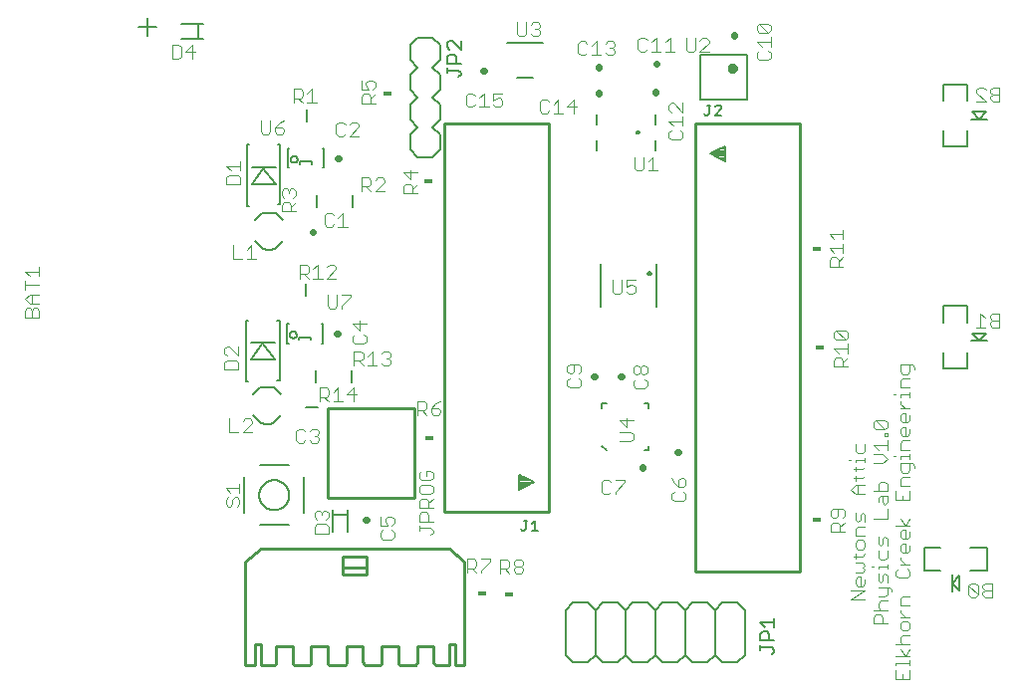
<source format=gto>
G75*
%MOIN*%
%OFA0B0*%
%FSLAX25Y25*%
%IPPOS*%
%LPD*%
%AMOC8*
5,1,8,0,0,1.08239X$1,22.5*
%
%ADD10C,0.00400*%
%ADD11C,0.00800*%
%ADD12C,0.02200*%
%ADD13C,0.01000*%
%ADD14C,0.00700*%
%ADD15R,0.03000X0.01800*%
%ADD16C,0.02400*%
%ADD17C,0.00500*%
%ADD18C,0.00600*%
D10*
X0110796Y0058659D02*
X0111563Y0057892D01*
X0112331Y0057892D01*
X0113098Y0058659D01*
X0113098Y0060194D01*
X0113865Y0060961D01*
X0114633Y0060961D01*
X0115400Y0060194D01*
X0115400Y0058659D01*
X0114633Y0057892D01*
X0110796Y0058659D02*
X0110796Y0060194D01*
X0111563Y0060961D01*
X0112331Y0062496D02*
X0110796Y0064031D01*
X0115400Y0064031D01*
X0115400Y0065565D02*
X0115400Y0062496D01*
X0140596Y0055798D02*
X0140596Y0054263D01*
X0141363Y0053496D01*
X0141363Y0051961D02*
X0140596Y0051194D01*
X0140596Y0048892D01*
X0145200Y0048892D01*
X0145200Y0051194D01*
X0144433Y0051961D01*
X0141363Y0051961D01*
X0144433Y0053496D02*
X0145200Y0054263D01*
X0145200Y0055798D01*
X0144433Y0056565D01*
X0143665Y0056565D01*
X0142898Y0055798D01*
X0142898Y0055031D01*
X0142898Y0055798D02*
X0142131Y0056565D01*
X0141363Y0056565D01*
X0140596Y0055798D01*
X0162596Y0054565D02*
X0162596Y0051496D01*
X0164898Y0051496D01*
X0164131Y0053031D01*
X0164131Y0053798D01*
X0164898Y0054565D01*
X0166433Y0054565D01*
X0167200Y0053798D01*
X0167200Y0052263D01*
X0166433Y0051496D01*
X0166433Y0049961D02*
X0167200Y0049194D01*
X0167200Y0047659D01*
X0166433Y0046892D01*
X0163363Y0046892D01*
X0162596Y0047659D01*
X0162596Y0049194D01*
X0163363Y0049961D01*
X0175596Y0049835D02*
X0175596Y0051369D01*
X0175596Y0050602D02*
X0179433Y0050602D01*
X0180200Y0049835D01*
X0180200Y0049067D01*
X0179433Y0048300D01*
X0180200Y0052904D02*
X0175596Y0052904D01*
X0175596Y0055206D01*
X0176363Y0055973D01*
X0177898Y0055973D01*
X0178665Y0055206D01*
X0178665Y0052904D01*
X0178665Y0057508D02*
X0178665Y0059810D01*
X0177898Y0060577D01*
X0176363Y0060577D01*
X0175596Y0059810D01*
X0175596Y0057508D01*
X0180200Y0057508D01*
X0178665Y0059042D02*
X0180200Y0060577D01*
X0179433Y0062112D02*
X0176363Y0062112D01*
X0175596Y0062879D01*
X0175596Y0064414D01*
X0176363Y0065181D01*
X0179433Y0065181D01*
X0180200Y0064414D01*
X0180200Y0062879D01*
X0179433Y0062112D01*
X0179433Y0066716D02*
X0176363Y0066716D01*
X0175596Y0067483D01*
X0175596Y0069018D01*
X0176363Y0069785D01*
X0177898Y0069785D02*
X0177898Y0068250D01*
X0177898Y0069785D02*
X0179433Y0069785D01*
X0180200Y0069018D01*
X0180200Y0067483D01*
X0179433Y0066716D01*
X0180271Y0088500D02*
X0181806Y0088500D01*
X0182573Y0089267D01*
X0182573Y0090035D01*
X0181806Y0090802D01*
X0179504Y0090802D01*
X0179504Y0089267D01*
X0180271Y0088500D01*
X0177969Y0088500D02*
X0176435Y0090035D01*
X0177202Y0090035D02*
X0174900Y0090035D01*
X0174900Y0088500D02*
X0174900Y0093104D01*
X0177202Y0093104D01*
X0177969Y0092337D01*
X0177969Y0090802D01*
X0177202Y0090035D01*
X0179504Y0090802D02*
X0181039Y0092337D01*
X0182573Y0093104D01*
X0165988Y0105878D02*
X0165221Y0105110D01*
X0163686Y0105110D01*
X0162919Y0105878D01*
X0161384Y0105110D02*
X0158315Y0105110D01*
X0159850Y0105110D02*
X0159850Y0109714D01*
X0158315Y0108180D01*
X0156780Y0108947D02*
X0156013Y0109714D01*
X0153711Y0109714D01*
X0153711Y0105110D01*
X0153711Y0106645D02*
X0156013Y0106645D01*
X0156780Y0107412D01*
X0156780Y0108947D01*
X0155246Y0106645D02*
X0156780Y0105110D01*
X0162919Y0108947D02*
X0163686Y0109714D01*
X0165221Y0109714D01*
X0165988Y0108947D01*
X0165988Y0108180D01*
X0165221Y0107412D01*
X0165988Y0106645D01*
X0165988Y0105878D01*
X0165221Y0107412D02*
X0164454Y0107412D01*
X0157800Y0113059D02*
X0157033Y0112292D01*
X0153963Y0112292D01*
X0153196Y0113059D01*
X0153196Y0114594D01*
X0153963Y0115361D01*
X0155498Y0116896D02*
X0155498Y0119965D01*
X0153196Y0119198D02*
X0155498Y0116896D01*
X0157033Y0115361D02*
X0157800Y0114594D01*
X0157800Y0113059D01*
X0157800Y0119198D02*
X0153196Y0119198D01*
X0149553Y0124252D02*
X0149553Y0125019D01*
X0152622Y0128089D01*
X0152622Y0128856D01*
X0149553Y0128856D01*
X0148018Y0128856D02*
X0148018Y0125019D01*
X0147251Y0124252D01*
X0145717Y0124252D01*
X0144949Y0125019D01*
X0144949Y0128856D01*
X0144696Y0134200D02*
X0147765Y0137269D01*
X0147765Y0138037D01*
X0146998Y0138804D01*
X0145463Y0138804D01*
X0144696Y0138037D01*
X0141627Y0138804D02*
X0141627Y0134200D01*
X0143161Y0134200D02*
X0140092Y0134200D01*
X0138557Y0134200D02*
X0137023Y0135735D01*
X0137790Y0135735D02*
X0135488Y0135735D01*
X0135488Y0134200D02*
X0135488Y0138804D01*
X0137790Y0138804D01*
X0138557Y0138037D01*
X0138557Y0136502D01*
X0137790Y0135735D01*
X0140092Y0137269D02*
X0141627Y0138804D01*
X0144696Y0134200D02*
X0147765Y0134200D01*
X0120945Y0140794D02*
X0117876Y0140794D01*
X0119410Y0140794D02*
X0119410Y0145398D01*
X0117876Y0143864D01*
X0116341Y0140794D02*
X0113272Y0140794D01*
X0113272Y0145398D01*
X0129596Y0156600D02*
X0129596Y0158902D01*
X0130363Y0159669D01*
X0131898Y0159669D01*
X0132665Y0158902D01*
X0132665Y0156600D01*
X0132665Y0158135D02*
X0134200Y0159669D01*
X0133433Y0161204D02*
X0134200Y0161971D01*
X0134200Y0163506D01*
X0133433Y0164273D01*
X0132665Y0164273D01*
X0131898Y0163506D01*
X0131898Y0162739D01*
X0131898Y0163506D02*
X0131131Y0164273D01*
X0130363Y0164273D01*
X0129596Y0163506D01*
X0129596Y0161971D01*
X0130363Y0161204D01*
X0129596Y0156600D02*
X0134200Y0156600D01*
X0143800Y0155337D02*
X0143800Y0152267D01*
X0144567Y0151500D01*
X0146102Y0151500D01*
X0146869Y0152267D01*
X0148404Y0151500D02*
X0151473Y0151500D01*
X0149939Y0151500D02*
X0149939Y0156104D01*
X0148404Y0154569D01*
X0146869Y0155337D02*
X0146102Y0156104D01*
X0144567Y0156104D01*
X0143800Y0155337D01*
X0156211Y0163410D02*
X0156211Y0168014D01*
X0158513Y0168014D01*
X0159280Y0167247D01*
X0159280Y0165712D01*
X0158513Y0164945D01*
X0156211Y0164945D01*
X0157746Y0164945D02*
X0159280Y0163410D01*
X0160815Y0163410D02*
X0163884Y0166480D01*
X0163884Y0167247D01*
X0163117Y0168014D01*
X0161582Y0168014D01*
X0160815Y0167247D01*
X0160815Y0163410D02*
X0163884Y0163410D01*
X0170296Y0162692D02*
X0170296Y0164994D01*
X0171063Y0165761D01*
X0172598Y0165761D01*
X0173365Y0164994D01*
X0173365Y0162692D01*
X0173365Y0164227D02*
X0174900Y0165761D01*
X0172598Y0167296D02*
X0172598Y0170365D01*
X0170296Y0169598D02*
X0172598Y0167296D01*
X0174900Y0169598D02*
X0170296Y0169598D01*
X0170296Y0162692D02*
X0174900Y0162692D01*
X0155373Y0181900D02*
X0152304Y0181900D01*
X0155373Y0184969D01*
X0155373Y0185737D01*
X0154606Y0186504D01*
X0153071Y0186504D01*
X0152304Y0185737D01*
X0150769Y0185737D02*
X0150002Y0186504D01*
X0148467Y0186504D01*
X0147700Y0185737D01*
X0147700Y0182667D01*
X0148467Y0181900D01*
X0150002Y0181900D01*
X0150769Y0182667D01*
X0156196Y0192900D02*
X0156196Y0195202D01*
X0156963Y0195969D01*
X0158498Y0195969D01*
X0159265Y0195202D01*
X0159265Y0192900D01*
X0159265Y0194435D02*
X0160800Y0195969D01*
X0160033Y0197504D02*
X0160800Y0198271D01*
X0160800Y0199806D01*
X0160033Y0200573D01*
X0158498Y0200573D01*
X0157731Y0199806D01*
X0157731Y0199039D01*
X0158498Y0197504D01*
X0156196Y0197504D01*
X0156196Y0200573D01*
X0156196Y0192900D02*
X0160800Y0192900D01*
X0141165Y0193000D02*
X0138096Y0193000D01*
X0136561Y0193000D02*
X0135027Y0194535D01*
X0135794Y0194535D02*
X0133492Y0194535D01*
X0133492Y0193000D02*
X0133492Y0197604D01*
X0135794Y0197604D01*
X0136561Y0196837D01*
X0136561Y0195302D01*
X0135794Y0194535D01*
X0138096Y0196069D02*
X0139631Y0197604D01*
X0139631Y0193000D01*
X0130322Y0187156D02*
X0128788Y0186389D01*
X0127253Y0184854D01*
X0129555Y0184854D01*
X0130322Y0184087D01*
X0130322Y0183319D01*
X0129555Y0182552D01*
X0128020Y0182552D01*
X0127253Y0183319D01*
X0127253Y0184854D01*
X0125718Y0183319D02*
X0125718Y0187156D01*
X0122649Y0187156D02*
X0122649Y0183319D01*
X0123417Y0182552D01*
X0124951Y0182552D01*
X0125718Y0183319D01*
X0115679Y0173402D02*
X0115679Y0170333D01*
X0115679Y0171868D02*
X0111075Y0171868D01*
X0112609Y0170333D01*
X0111842Y0168798D02*
X0111075Y0168031D01*
X0111075Y0165729D01*
X0115679Y0165729D01*
X0115679Y0168031D01*
X0114911Y0168798D01*
X0111842Y0168798D01*
X0048235Y0138081D02*
X0048235Y0135012D01*
X0048235Y0136546D02*
X0043632Y0136546D01*
X0045166Y0135012D01*
X0043632Y0133477D02*
X0043632Y0130408D01*
X0043632Y0131942D02*
X0048235Y0131942D01*
X0048235Y0128873D02*
X0045166Y0128873D01*
X0043632Y0127339D01*
X0045166Y0125804D01*
X0048235Y0125804D01*
X0047468Y0124269D02*
X0048235Y0123502D01*
X0048235Y0121200D01*
X0043632Y0121200D01*
X0043632Y0123502D01*
X0044399Y0124269D01*
X0045166Y0124269D01*
X0045933Y0123502D01*
X0045933Y0121200D01*
X0045933Y0123502D02*
X0046701Y0124269D01*
X0047468Y0124269D01*
X0045933Y0125804D02*
X0045933Y0128873D01*
X0110375Y0110735D02*
X0110375Y0109200D01*
X0111142Y0108433D01*
X0111142Y0106898D02*
X0110375Y0106131D01*
X0110375Y0103829D01*
X0114979Y0103829D01*
X0114979Y0106131D01*
X0114211Y0106898D01*
X0111142Y0106898D01*
X0114979Y0108433D02*
X0111909Y0111502D01*
X0111142Y0111502D01*
X0110375Y0110735D01*
X0114979Y0111502D02*
X0114979Y0108433D01*
X0142188Y0097604D02*
X0142188Y0093000D01*
X0142188Y0094535D02*
X0144490Y0094535D01*
X0145257Y0095302D01*
X0145257Y0096837D01*
X0144490Y0097604D01*
X0142188Y0097604D01*
X0143723Y0094535D02*
X0145257Y0093000D01*
X0146792Y0093000D02*
X0149861Y0093000D01*
X0148327Y0093000D02*
X0148327Y0097604D01*
X0146792Y0096069D01*
X0151396Y0095302D02*
X0154465Y0095302D01*
X0153698Y0093000D02*
X0153698Y0097604D01*
X0151396Y0095302D01*
X0141248Y0083855D02*
X0139714Y0083855D01*
X0138946Y0083088D01*
X0137412Y0083088D02*
X0136644Y0083855D01*
X0135110Y0083855D01*
X0134343Y0083088D01*
X0134343Y0080018D01*
X0135110Y0079251D01*
X0136644Y0079251D01*
X0137412Y0080018D01*
X0138946Y0080018D02*
X0139714Y0079251D01*
X0141248Y0079251D01*
X0142016Y0080018D01*
X0142016Y0080786D01*
X0141248Y0081553D01*
X0140481Y0081553D01*
X0141248Y0081553D02*
X0142016Y0082320D01*
X0142016Y0083088D01*
X0141248Y0083855D01*
X0119545Y0082694D02*
X0116476Y0082694D01*
X0119545Y0085764D01*
X0119545Y0086531D01*
X0118778Y0087298D01*
X0117243Y0087298D01*
X0116476Y0086531D01*
X0114941Y0082694D02*
X0111872Y0082694D01*
X0111872Y0087298D01*
X0191592Y0040304D02*
X0193894Y0040304D01*
X0194661Y0039537D01*
X0194661Y0038002D01*
X0193894Y0037235D01*
X0191592Y0037235D01*
X0193127Y0037235D02*
X0194661Y0035700D01*
X0196196Y0035700D02*
X0196196Y0036467D01*
X0199265Y0039537D01*
X0199265Y0040304D01*
X0196196Y0040304D01*
X0191592Y0040304D02*
X0191592Y0035700D01*
X0202692Y0035500D02*
X0202692Y0040104D01*
X0204994Y0040104D01*
X0205761Y0039337D01*
X0205761Y0037802D01*
X0204994Y0037035D01*
X0202692Y0037035D01*
X0204227Y0037035D02*
X0205761Y0035500D01*
X0207296Y0036267D02*
X0207296Y0037035D01*
X0208063Y0037802D01*
X0209598Y0037802D01*
X0210365Y0037035D01*
X0210365Y0036267D01*
X0209598Y0035500D01*
X0208063Y0035500D01*
X0207296Y0036267D01*
X0208063Y0037802D02*
X0207296Y0038569D01*
X0207296Y0039337D01*
X0208063Y0040104D01*
X0209598Y0040104D01*
X0210365Y0039337D01*
X0210365Y0038569D01*
X0209598Y0037802D01*
X0236592Y0062867D02*
X0237359Y0062100D01*
X0238894Y0062100D01*
X0239661Y0062867D01*
X0241196Y0062867D02*
X0241196Y0062100D01*
X0241196Y0062867D02*
X0244265Y0065937D01*
X0244265Y0066704D01*
X0241196Y0066704D01*
X0239661Y0065937D02*
X0238894Y0066704D01*
X0237359Y0066704D01*
X0236592Y0065937D01*
X0236592Y0062867D01*
X0260096Y0062002D02*
X0260096Y0060467D01*
X0260863Y0059700D01*
X0263933Y0059700D01*
X0264700Y0060467D01*
X0264700Y0062002D01*
X0263933Y0062769D01*
X0263933Y0064304D02*
X0264700Y0065071D01*
X0264700Y0066606D01*
X0263933Y0067373D01*
X0263165Y0067373D01*
X0262398Y0066606D01*
X0262398Y0064304D01*
X0263933Y0064304D01*
X0262398Y0064304D02*
X0260863Y0065839D01*
X0260096Y0067373D01*
X0260863Y0062769D02*
X0260096Y0062002D01*
X0246433Y0079696D02*
X0242596Y0079696D01*
X0246433Y0079696D02*
X0247200Y0080463D01*
X0247200Y0081998D01*
X0246433Y0082765D01*
X0242596Y0082765D01*
X0244898Y0084300D02*
X0244898Y0087369D01*
X0242596Y0086602D02*
X0244898Y0084300D01*
X0247200Y0086602D02*
X0242596Y0086602D01*
X0247963Y0097500D02*
X0251033Y0097500D01*
X0251800Y0098267D01*
X0251800Y0099802D01*
X0251033Y0100569D01*
X0251033Y0102104D02*
X0250265Y0102104D01*
X0249498Y0102871D01*
X0249498Y0104406D01*
X0250265Y0105173D01*
X0251033Y0105173D01*
X0251800Y0104406D01*
X0251800Y0102871D01*
X0251033Y0102104D01*
X0249498Y0102871D02*
X0248731Y0102104D01*
X0247963Y0102104D01*
X0247196Y0102871D01*
X0247196Y0104406D01*
X0247963Y0105173D01*
X0248731Y0105173D01*
X0249498Y0104406D01*
X0247963Y0100569D02*
X0247196Y0099802D01*
X0247196Y0098267D01*
X0247963Y0097500D01*
X0229700Y0098467D02*
X0228933Y0097700D01*
X0225863Y0097700D01*
X0225096Y0098467D01*
X0225096Y0100002D01*
X0225863Y0100769D01*
X0225863Y0102304D02*
X0226631Y0102304D01*
X0227398Y0103071D01*
X0227398Y0105373D01*
X0225863Y0105373D02*
X0225096Y0104606D01*
X0225096Y0103071D01*
X0225863Y0102304D01*
X0228933Y0102304D02*
X0229700Y0103071D01*
X0229700Y0104606D01*
X0228933Y0105373D01*
X0225863Y0105373D01*
X0228933Y0100769D02*
X0229700Y0100002D01*
X0229700Y0098467D01*
X0240959Y0129100D02*
X0242494Y0129100D01*
X0243261Y0129867D01*
X0243261Y0133704D01*
X0244796Y0133704D02*
X0244796Y0131402D01*
X0246331Y0132169D01*
X0247098Y0132169D01*
X0247865Y0131402D01*
X0247865Y0129867D01*
X0247098Y0129100D01*
X0245563Y0129100D01*
X0244796Y0129867D01*
X0240959Y0129100D02*
X0240192Y0129867D01*
X0240192Y0133704D01*
X0244796Y0133704D02*
X0247865Y0133704D01*
X0248367Y0170300D02*
X0249902Y0170300D01*
X0250669Y0171067D01*
X0250669Y0174904D01*
X0252204Y0173369D02*
X0253739Y0174904D01*
X0253739Y0170300D01*
X0255273Y0170300D02*
X0252204Y0170300D01*
X0248367Y0170300D02*
X0247600Y0171067D01*
X0247600Y0174904D01*
X0259096Y0181467D02*
X0259863Y0180700D01*
X0262933Y0180700D01*
X0263700Y0181467D01*
X0263700Y0183002D01*
X0262933Y0183769D01*
X0263700Y0185304D02*
X0263700Y0188373D01*
X0263700Y0186839D02*
X0259096Y0186839D01*
X0260631Y0185304D01*
X0259863Y0183769D02*
X0259096Y0183002D01*
X0259096Y0181467D01*
X0259863Y0189908D02*
X0259096Y0190675D01*
X0259096Y0192210D01*
X0259863Y0192977D01*
X0260631Y0192977D01*
X0263700Y0189908D01*
X0263700Y0192977D01*
X0288596Y0208056D02*
X0289363Y0207288D01*
X0292433Y0207288D01*
X0293200Y0208056D01*
X0293200Y0209590D01*
X0292433Y0210357D01*
X0293200Y0211892D02*
X0293200Y0214961D01*
X0293200Y0213427D02*
X0288596Y0213427D01*
X0290131Y0211892D01*
X0289363Y0210357D02*
X0288596Y0209590D01*
X0288596Y0208056D01*
X0289363Y0216496D02*
X0288596Y0217263D01*
X0288596Y0218798D01*
X0289363Y0219565D01*
X0292433Y0216496D01*
X0293200Y0217263D01*
X0293200Y0218798D01*
X0292433Y0219565D01*
X0289363Y0219565D01*
X0289363Y0216496D02*
X0292433Y0216496D01*
X0272499Y0213911D02*
X0271732Y0214678D01*
X0270197Y0214678D01*
X0269430Y0213911D01*
X0267895Y0214678D02*
X0267895Y0210841D01*
X0267128Y0210074D01*
X0265593Y0210074D01*
X0264826Y0210841D01*
X0264826Y0214678D01*
X0259442Y0214804D02*
X0259442Y0210200D01*
X0257908Y0210200D02*
X0260977Y0210200D01*
X0256373Y0210200D02*
X0253304Y0210200D01*
X0254839Y0210200D02*
X0254839Y0214804D01*
X0253304Y0213269D01*
X0251769Y0214037D02*
X0251002Y0214804D01*
X0249467Y0214804D01*
X0248700Y0214037D01*
X0248700Y0210967D01*
X0249467Y0210200D01*
X0251002Y0210200D01*
X0251769Y0210967D01*
X0257908Y0213269D02*
X0259442Y0214804D01*
X0269430Y0210074D02*
X0272499Y0213143D01*
X0272499Y0213911D01*
X0272499Y0210074D02*
X0269430Y0210074D01*
X0240965Y0209767D02*
X0240198Y0209000D01*
X0238663Y0209000D01*
X0237896Y0209767D01*
X0236361Y0209000D02*
X0233292Y0209000D01*
X0234827Y0209000D02*
X0234827Y0213604D01*
X0233292Y0212069D01*
X0231757Y0212837D02*
X0230990Y0213604D01*
X0229456Y0213604D01*
X0228688Y0212837D01*
X0228688Y0209767D01*
X0229456Y0209000D01*
X0230990Y0209000D01*
X0231757Y0209767D01*
X0237896Y0212837D02*
X0238663Y0213604D01*
X0240198Y0213604D01*
X0240965Y0212837D01*
X0240965Y0212069D01*
X0240198Y0211302D01*
X0240965Y0210535D01*
X0240965Y0209767D01*
X0240198Y0211302D02*
X0239431Y0211302D01*
X0215941Y0216155D02*
X0215174Y0215388D01*
X0213639Y0215388D01*
X0212872Y0216155D01*
X0211337Y0216155D02*
X0211337Y0219992D01*
X0212872Y0219225D02*
X0213639Y0219992D01*
X0215174Y0219992D01*
X0215941Y0219225D01*
X0215941Y0218457D01*
X0215174Y0217690D01*
X0215941Y0216923D01*
X0215941Y0216155D01*
X0215174Y0217690D02*
X0214406Y0217690D01*
X0211337Y0216155D02*
X0210570Y0215388D01*
X0209035Y0215388D01*
X0208268Y0216155D01*
X0208268Y0219992D01*
X0203377Y0196204D02*
X0200308Y0196204D01*
X0200308Y0193902D01*
X0201842Y0194669D01*
X0202610Y0194669D01*
X0203377Y0193902D01*
X0203377Y0192367D01*
X0202610Y0191600D01*
X0201075Y0191600D01*
X0200308Y0192367D01*
X0198773Y0191600D02*
X0195704Y0191600D01*
X0197239Y0191600D02*
X0197239Y0196204D01*
X0195704Y0194669D01*
X0194169Y0195437D02*
X0193402Y0196204D01*
X0191867Y0196204D01*
X0191100Y0195437D01*
X0191100Y0192367D01*
X0191867Y0191600D01*
X0193402Y0191600D01*
X0194169Y0192367D01*
X0215888Y0193337D02*
X0215888Y0190267D01*
X0216656Y0189500D01*
X0218190Y0189500D01*
X0218957Y0190267D01*
X0220492Y0189500D02*
X0223561Y0189500D01*
X0222027Y0189500D02*
X0222027Y0194104D01*
X0220492Y0192569D01*
X0218957Y0193337D02*
X0218190Y0194104D01*
X0216656Y0194104D01*
X0215888Y0193337D01*
X0225096Y0191802D02*
X0228165Y0191802D01*
X0227398Y0189500D02*
X0227398Y0194104D01*
X0225096Y0191802D01*
X0312796Y0148942D02*
X0314331Y0147408D01*
X0312796Y0148942D02*
X0317400Y0148942D01*
X0317400Y0147408D02*
X0317400Y0150477D01*
X0317400Y0145873D02*
X0317400Y0142804D01*
X0317400Y0144339D02*
X0312796Y0144339D01*
X0314331Y0142804D01*
X0315098Y0141269D02*
X0313563Y0141269D01*
X0312796Y0140502D01*
X0312796Y0138200D01*
X0317400Y0138200D01*
X0315865Y0138200D02*
X0315865Y0140502D01*
X0315098Y0141269D01*
X0315865Y0139735D02*
X0317400Y0141269D01*
X0318133Y0116865D02*
X0318900Y0116098D01*
X0318900Y0114563D01*
X0318133Y0113796D01*
X0315063Y0116865D01*
X0318133Y0116865D01*
X0315063Y0116865D02*
X0314296Y0116098D01*
X0314296Y0114563D01*
X0315063Y0113796D01*
X0318133Y0113796D01*
X0318900Y0112261D02*
X0318900Y0109192D01*
X0318900Y0107657D02*
X0317365Y0106123D01*
X0317365Y0106890D02*
X0317365Y0104588D01*
X0318900Y0104588D02*
X0314296Y0104588D01*
X0314296Y0106890D01*
X0315063Y0107657D01*
X0316598Y0107657D01*
X0317365Y0106890D01*
X0315831Y0109192D02*
X0314296Y0110727D01*
X0318900Y0110727D01*
X0336631Y0105294D02*
X0336631Y0102992D01*
X0337398Y0102225D01*
X0338933Y0102225D01*
X0339700Y0102992D01*
X0339700Y0105294D01*
X0340467Y0105294D02*
X0336631Y0105294D01*
X0340467Y0105294D02*
X0341235Y0104527D01*
X0341235Y0103759D01*
X0339700Y0100690D02*
X0337398Y0100690D01*
X0336631Y0099923D01*
X0336631Y0097621D01*
X0339700Y0097621D01*
X0339700Y0096086D02*
X0339700Y0094552D01*
X0339700Y0095319D02*
X0336631Y0095319D01*
X0336631Y0094552D01*
X0336631Y0093017D02*
X0336631Y0092250D01*
X0338165Y0090715D01*
X0336631Y0090715D02*
X0339700Y0090715D01*
X0338165Y0089180D02*
X0338165Y0086111D01*
X0337398Y0086111D02*
X0336631Y0086878D01*
X0336631Y0088413D01*
X0337398Y0089180D01*
X0338165Y0089180D01*
X0339700Y0088413D02*
X0339700Y0086878D01*
X0338933Y0086111D01*
X0337398Y0086111D01*
X0337398Y0084576D02*
X0338165Y0084576D01*
X0338165Y0081507D01*
X0337398Y0081507D02*
X0336631Y0082274D01*
X0336631Y0083809D01*
X0337398Y0084576D01*
X0339700Y0083809D02*
X0339700Y0082274D01*
X0338933Y0081507D01*
X0337398Y0081507D01*
X0337398Y0079972D02*
X0339700Y0079972D01*
X0337398Y0079972D02*
X0336631Y0079205D01*
X0336631Y0076903D01*
X0339700Y0076903D01*
X0339700Y0075369D02*
X0339700Y0073834D01*
X0339700Y0074601D02*
X0336631Y0074601D01*
X0336631Y0073834D01*
X0336631Y0072299D02*
X0336631Y0069997D01*
X0337398Y0069230D01*
X0338933Y0069230D01*
X0339700Y0069997D01*
X0339700Y0072299D01*
X0340467Y0072299D02*
X0336631Y0072299D01*
X0335096Y0074601D02*
X0334329Y0074601D01*
X0332200Y0073834D02*
X0330665Y0075369D01*
X0327596Y0075369D01*
X0329131Y0076903D02*
X0327596Y0078438D01*
X0332200Y0078438D01*
X0332200Y0079972D02*
X0332200Y0076903D01*
X0332200Y0073834D02*
X0330665Y0072299D01*
X0327596Y0072299D01*
X0324700Y0072683D02*
X0324700Y0074218D01*
X0324700Y0073450D02*
X0321631Y0073450D01*
X0321631Y0072683D01*
X0321631Y0071148D02*
X0321631Y0069614D01*
X0320863Y0070381D02*
X0323933Y0070381D01*
X0324700Y0071148D01*
X0320096Y0073450D02*
X0319329Y0073450D01*
X0322398Y0075752D02*
X0323933Y0075752D01*
X0324700Y0076520D01*
X0324700Y0078822D01*
X0321631Y0078822D02*
X0321631Y0076520D01*
X0322398Y0075752D01*
X0328363Y0083809D02*
X0327596Y0084576D01*
X0327596Y0086111D01*
X0328363Y0086878D01*
X0331433Y0083809D01*
X0332200Y0084576D01*
X0332200Y0086111D01*
X0331433Y0086878D01*
X0328363Y0086878D01*
X0328363Y0083809D02*
X0331433Y0083809D01*
X0331433Y0082274D02*
X0332200Y0082274D01*
X0332200Y0081507D01*
X0331433Y0081507D01*
X0331433Y0082274D01*
X0334329Y0095319D02*
X0335096Y0095319D01*
X0340467Y0072299D02*
X0341235Y0071532D01*
X0341235Y0070765D01*
X0339700Y0067695D02*
X0337398Y0067695D01*
X0336631Y0066928D01*
X0336631Y0064626D01*
X0339700Y0064626D01*
X0339700Y0063091D02*
X0339700Y0060022D01*
X0335096Y0060022D01*
X0335096Y0063091D01*
X0337398Y0061557D02*
X0337398Y0060022D01*
X0332200Y0059255D02*
X0331433Y0058487D01*
X0330665Y0059255D01*
X0330665Y0061557D01*
X0329898Y0061557D02*
X0332200Y0061557D01*
X0332200Y0059255D01*
X0332200Y0056953D02*
X0332200Y0053884D01*
X0327596Y0053884D01*
X0324700Y0055035D02*
X0323933Y0055802D01*
X0323165Y0055035D01*
X0323165Y0053500D01*
X0322398Y0052733D01*
X0321631Y0053500D01*
X0321631Y0055802D01*
X0324700Y0055035D02*
X0324700Y0052733D01*
X0324700Y0051198D02*
X0322398Y0051198D01*
X0321631Y0050431D01*
X0321631Y0048129D01*
X0324700Y0048129D01*
X0323933Y0046594D02*
X0322398Y0046594D01*
X0321631Y0045827D01*
X0321631Y0044292D01*
X0322398Y0043525D01*
X0323933Y0043525D01*
X0324700Y0044292D01*
X0324700Y0045827D01*
X0323933Y0046594D01*
X0329131Y0045443D02*
X0329131Y0047745D01*
X0330665Y0046978D02*
X0330665Y0045443D01*
X0329898Y0044676D01*
X0329131Y0045443D01*
X0330665Y0046978D02*
X0331433Y0047745D01*
X0332200Y0046978D01*
X0332200Y0044676D01*
X0332200Y0043141D02*
X0332200Y0040839D01*
X0331433Y0040072D01*
X0329898Y0040072D01*
X0329131Y0040839D01*
X0329131Y0043141D01*
X0324700Y0041990D02*
X0323933Y0041223D01*
X0320863Y0041223D01*
X0321631Y0041990D02*
X0321631Y0040455D01*
X0321631Y0038921D02*
X0323933Y0038921D01*
X0324700Y0038154D01*
X0323933Y0037386D01*
X0324700Y0036619D01*
X0323933Y0035852D01*
X0321631Y0035852D01*
X0322398Y0034317D02*
X0323165Y0034317D01*
X0323165Y0031248D01*
X0322398Y0031248D02*
X0323933Y0031248D01*
X0324700Y0032015D01*
X0324700Y0033550D01*
X0322398Y0034317D02*
X0321631Y0033550D01*
X0321631Y0032015D01*
X0322398Y0031248D01*
X0324700Y0029713D02*
X0320096Y0029713D01*
X0320096Y0026644D02*
X0324700Y0029713D01*
X0329131Y0030864D02*
X0332967Y0030864D01*
X0333735Y0030097D01*
X0333735Y0029329D01*
X0332200Y0028562D02*
X0332200Y0030864D01*
X0332200Y0032399D02*
X0332200Y0034701D01*
X0331433Y0035468D01*
X0330665Y0034701D01*
X0330665Y0033166D01*
X0329898Y0032399D01*
X0329131Y0033166D01*
X0329131Y0035468D01*
X0329131Y0037003D02*
X0329131Y0037770D01*
X0332200Y0037770D01*
X0332200Y0037003D02*
X0332200Y0038537D01*
X0335096Y0036235D02*
X0335096Y0034701D01*
X0335863Y0033933D01*
X0338933Y0033933D01*
X0339700Y0034701D01*
X0339700Y0036235D01*
X0338933Y0037002D01*
X0339700Y0038537D02*
X0336631Y0038537D01*
X0338165Y0038537D02*
X0336631Y0040072D01*
X0336631Y0040839D01*
X0337398Y0042374D02*
X0336631Y0043141D01*
X0336631Y0044676D01*
X0337398Y0045443D01*
X0338165Y0045443D01*
X0338165Y0042374D01*
X0337398Y0042374D02*
X0338933Y0042374D01*
X0339700Y0043141D01*
X0339700Y0044676D01*
X0338933Y0046978D02*
X0337398Y0046978D01*
X0336631Y0047745D01*
X0336631Y0049280D01*
X0337398Y0050047D01*
X0338165Y0050047D01*
X0338165Y0046978D01*
X0338933Y0046978D02*
X0339700Y0047745D01*
X0339700Y0049280D01*
X0339700Y0051582D02*
X0335096Y0051582D01*
X0336631Y0053884D02*
X0338165Y0051582D01*
X0339700Y0053884D01*
X0329131Y0059255D02*
X0329131Y0060789D01*
X0329898Y0061557D01*
X0329131Y0063091D02*
X0329131Y0065393D01*
X0329898Y0066161D01*
X0331433Y0066161D01*
X0332200Y0065393D01*
X0332200Y0063091D01*
X0327596Y0063091D01*
X0324700Y0061940D02*
X0321631Y0061940D01*
X0320096Y0063475D01*
X0321631Y0065010D01*
X0324700Y0065010D01*
X0322398Y0065010D02*
X0322398Y0061940D01*
X0321631Y0066544D02*
X0321631Y0068079D01*
X0320863Y0067312D02*
X0323933Y0067312D01*
X0324700Y0068079D01*
X0317133Y0057165D02*
X0314063Y0057165D01*
X0313296Y0056398D01*
X0313296Y0054863D01*
X0314063Y0054096D01*
X0314831Y0054096D01*
X0315598Y0054863D01*
X0315598Y0057165D01*
X0317133Y0057165D02*
X0317900Y0056398D01*
X0317900Y0054863D01*
X0317133Y0054096D01*
X0317900Y0052561D02*
X0316365Y0051027D01*
X0316365Y0051794D02*
X0316365Y0049492D01*
X0317900Y0049492D02*
X0313296Y0049492D01*
X0313296Y0051794D01*
X0314063Y0052561D01*
X0315598Y0052561D01*
X0316365Y0051794D01*
X0326829Y0037770D02*
X0327596Y0037770D01*
X0335096Y0036235D02*
X0335863Y0037002D01*
X0332200Y0028562D02*
X0331433Y0027795D01*
X0329131Y0027795D01*
X0329898Y0026260D02*
X0332200Y0026260D01*
X0329898Y0026260D02*
X0329131Y0025493D01*
X0329131Y0023958D01*
X0329898Y0023191D01*
X0329898Y0021656D02*
X0330665Y0020889D01*
X0330665Y0018587D01*
X0332200Y0018587D02*
X0327596Y0018587D01*
X0327596Y0020889D01*
X0328363Y0021656D01*
X0329898Y0021656D01*
X0327596Y0023191D02*
X0332200Y0023191D01*
X0336631Y0023191D02*
X0336631Y0022423D01*
X0338165Y0020889D01*
X0336631Y0020889D02*
X0339700Y0020889D01*
X0338933Y0019354D02*
X0337398Y0019354D01*
X0336631Y0018587D01*
X0336631Y0017052D01*
X0337398Y0016285D01*
X0338933Y0016285D01*
X0339700Y0017052D01*
X0339700Y0018587D01*
X0338933Y0019354D01*
X0339700Y0014750D02*
X0337398Y0014750D01*
X0336631Y0013983D01*
X0336631Y0012448D01*
X0337398Y0011681D01*
X0336631Y0010146D02*
X0338165Y0007844D01*
X0339700Y0010146D01*
X0339700Y0011681D02*
X0335096Y0011681D01*
X0335096Y0007844D02*
X0339700Y0007844D01*
X0339700Y0006310D02*
X0339700Y0004775D01*
X0339700Y0005542D02*
X0335096Y0005542D01*
X0335096Y0004775D01*
X0335096Y0003240D02*
X0335096Y0000171D01*
X0339700Y0000171D01*
X0339700Y0003240D01*
X0337398Y0001706D02*
X0337398Y0000171D01*
X0336631Y0024725D02*
X0336631Y0027027D01*
X0337398Y0027795D01*
X0339700Y0027795D01*
X0339700Y0024725D02*
X0336631Y0024725D01*
X0324700Y0026644D02*
X0320096Y0026644D01*
X0359427Y0028317D02*
X0360194Y0027550D01*
X0361729Y0027550D01*
X0362496Y0028317D01*
X0359427Y0031387D01*
X0359427Y0028317D01*
X0362496Y0028317D02*
X0362496Y0031387D01*
X0361729Y0032154D01*
X0360194Y0032154D01*
X0359427Y0031387D01*
X0364031Y0031387D02*
X0364798Y0032154D01*
X0367100Y0032154D01*
X0367100Y0027550D01*
X0364798Y0027550D01*
X0364031Y0028317D01*
X0364031Y0029085D01*
X0364798Y0029852D01*
X0367100Y0029852D01*
X0364798Y0029852D02*
X0364031Y0030619D01*
X0364031Y0031387D01*
X0363369Y0117900D02*
X0363369Y0122504D01*
X0364904Y0120969D01*
X0366439Y0120969D02*
X0367206Y0120202D01*
X0369508Y0120202D01*
X0369508Y0117900D02*
X0369508Y0122504D01*
X0367206Y0122504D01*
X0366439Y0121737D01*
X0366439Y0120969D01*
X0367206Y0120202D02*
X0366439Y0119435D01*
X0366439Y0118667D01*
X0367206Y0117900D01*
X0369508Y0117900D01*
X0364904Y0117900D02*
X0361835Y0117900D01*
X0362085Y0193500D02*
X0365154Y0193500D01*
X0362085Y0196569D01*
X0362085Y0197337D01*
X0362852Y0198104D01*
X0364387Y0198104D01*
X0365154Y0197337D01*
X0366689Y0197337D02*
X0366689Y0196569D01*
X0367456Y0195802D01*
X0369758Y0195802D01*
X0369758Y0193500D02*
X0369758Y0198104D01*
X0367456Y0198104D01*
X0366689Y0197337D01*
X0367456Y0195802D02*
X0366689Y0195035D01*
X0366689Y0194267D01*
X0367456Y0193500D01*
X0369758Y0193500D01*
X0100465Y0210102D02*
X0097396Y0210102D01*
X0099698Y0212404D01*
X0099698Y0207800D01*
X0095861Y0208567D02*
X0095861Y0211637D01*
X0095094Y0212404D01*
X0092792Y0212404D01*
X0092792Y0207800D01*
X0095094Y0207800D01*
X0095861Y0208567D01*
D11*
X0096057Y0214441D02*
X0101569Y0214441D01*
X0101569Y0219559D01*
X0096057Y0219559D01*
X0101569Y0219559D02*
X0103143Y0219559D01*
X0103143Y0214441D02*
X0101569Y0214441D01*
X0087765Y0218469D02*
X0081627Y0218469D01*
X0084696Y0215400D02*
X0084696Y0221539D01*
X0137800Y0190800D02*
X0137800Y0186800D01*
X0129079Y0178929D02*
X0128279Y0178929D01*
X0129079Y0178929D02*
X0129079Y0158929D01*
X0128279Y0158929D01*
X0127610Y0156144D02*
X0122886Y0156144D01*
X0120524Y0153782D01*
X0118679Y0158529D02*
X0117879Y0158529D01*
X0117879Y0178929D01*
X0118679Y0178929D01*
X0131699Y0177643D02*
X0132072Y0177643D01*
X0131699Y0177643D02*
X0131699Y0171261D01*
X0132072Y0171261D01*
X0135731Y0172542D02*
X0135731Y0173283D01*
X0139668Y0173283D01*
X0139668Y0172502D01*
X0143326Y0171261D02*
X0143699Y0171261D01*
X0143699Y0177643D01*
X0143326Y0177643D01*
X0127479Y0171329D02*
X0123479Y0171329D01*
X0119479Y0165729D01*
X0127479Y0165729D01*
X0123079Y0171329D01*
X0123479Y0171329D01*
X0123079Y0171329D02*
X0119479Y0171329D01*
X0127610Y0156144D02*
X0129972Y0153782D01*
X0129972Y0146695D02*
X0127919Y0144830D01*
X0127918Y0144829D02*
X0127825Y0144746D01*
X0127730Y0144666D01*
X0127631Y0144588D01*
X0127531Y0144514D01*
X0127428Y0144444D01*
X0127323Y0144376D01*
X0127216Y0144312D01*
X0127107Y0144251D01*
X0126996Y0144194D01*
X0126883Y0144141D01*
X0126768Y0144090D01*
X0126653Y0144044D01*
X0126535Y0144001D01*
X0126417Y0143962D01*
X0126297Y0143927D01*
X0126176Y0143896D01*
X0126054Y0143868D01*
X0125931Y0143845D01*
X0125808Y0143825D01*
X0125684Y0143809D01*
X0125560Y0143797D01*
X0125435Y0143789D01*
X0125310Y0143785D01*
X0125186Y0143785D01*
X0125061Y0143789D01*
X0124936Y0143797D01*
X0124812Y0143809D01*
X0124688Y0143825D01*
X0124565Y0143845D01*
X0124442Y0143868D01*
X0124320Y0143896D01*
X0124199Y0143927D01*
X0124079Y0143962D01*
X0123961Y0144001D01*
X0123843Y0144044D01*
X0123728Y0144090D01*
X0123613Y0144141D01*
X0123500Y0144194D01*
X0123389Y0144251D01*
X0123280Y0144312D01*
X0123173Y0144376D01*
X0123068Y0144444D01*
X0122965Y0144514D01*
X0122865Y0144588D01*
X0122766Y0144666D01*
X0122671Y0144746D01*
X0122578Y0144829D01*
X0122578Y0144830D02*
X0120524Y0146695D01*
X0141200Y0158100D02*
X0141200Y0162100D01*
X0153211Y0162110D02*
X0153211Y0158110D01*
X0172500Y0177400D02*
X0175000Y0174900D01*
X0180000Y0174900D01*
X0182500Y0177400D01*
X0182500Y0182400D01*
X0180000Y0184900D01*
X0182500Y0187400D01*
X0182500Y0192400D01*
X0180000Y0194900D01*
X0182500Y0197400D01*
X0182500Y0202400D01*
X0180000Y0204900D01*
X0182500Y0207400D01*
X0182500Y0212400D01*
X0180000Y0214900D01*
X0175000Y0214900D01*
X0172500Y0212400D01*
X0172500Y0207400D01*
X0175000Y0204900D01*
X0172500Y0202400D01*
X0172500Y0197400D01*
X0175000Y0194900D01*
X0172500Y0192400D01*
X0172500Y0187400D01*
X0175000Y0184900D01*
X0172500Y0182400D01*
X0172500Y0177400D01*
X0208144Y0201394D02*
X0213656Y0201394D01*
X0216806Y0213206D02*
X0204994Y0213206D01*
X0234957Y0189006D02*
X0234957Y0185856D01*
X0234957Y0180344D02*
X0234957Y0177194D01*
X0248343Y0183100D02*
X0248345Y0183139D01*
X0248351Y0183178D01*
X0248361Y0183216D01*
X0248374Y0183253D01*
X0248391Y0183288D01*
X0248411Y0183322D01*
X0248435Y0183353D01*
X0248462Y0183382D01*
X0248491Y0183408D01*
X0248523Y0183431D01*
X0248557Y0183451D01*
X0248593Y0183467D01*
X0248630Y0183479D01*
X0248669Y0183488D01*
X0248708Y0183493D01*
X0248747Y0183494D01*
X0248786Y0183491D01*
X0248825Y0183484D01*
X0248862Y0183473D01*
X0248899Y0183459D01*
X0248934Y0183441D01*
X0248967Y0183420D01*
X0248998Y0183395D01*
X0249026Y0183368D01*
X0249051Y0183338D01*
X0249073Y0183305D01*
X0249092Y0183271D01*
X0249107Y0183235D01*
X0249119Y0183197D01*
X0249127Y0183159D01*
X0249131Y0183120D01*
X0249131Y0183080D01*
X0249127Y0183041D01*
X0249119Y0183003D01*
X0249107Y0182965D01*
X0249092Y0182929D01*
X0249073Y0182895D01*
X0249051Y0182862D01*
X0249026Y0182832D01*
X0248998Y0182805D01*
X0248967Y0182780D01*
X0248934Y0182759D01*
X0248899Y0182741D01*
X0248862Y0182727D01*
X0248825Y0182716D01*
X0248786Y0182709D01*
X0248747Y0182706D01*
X0248708Y0182707D01*
X0248669Y0182712D01*
X0248630Y0182721D01*
X0248593Y0182733D01*
X0248557Y0182749D01*
X0248523Y0182769D01*
X0248491Y0182792D01*
X0248462Y0182818D01*
X0248435Y0182847D01*
X0248411Y0182878D01*
X0248391Y0182912D01*
X0248374Y0182947D01*
X0248361Y0182984D01*
X0248351Y0183022D01*
X0248345Y0183061D01*
X0248343Y0183100D01*
X0254643Y0180344D02*
X0254643Y0177194D01*
X0254643Y0185856D02*
X0254643Y0189006D01*
X0273000Y0176000D02*
X0278000Y0178500D01*
X0278000Y0173500D01*
X0273000Y0176000D01*
X0273151Y0176075D02*
X0278000Y0176075D01*
X0278000Y0175277D02*
X0274446Y0175277D01*
X0274748Y0176874D02*
X0278000Y0176874D01*
X0278000Y0177672D02*
X0276345Y0177672D01*
X0277942Y0178471D02*
X0278000Y0178471D01*
X0278000Y0174478D02*
X0276043Y0174478D01*
X0277640Y0173680D02*
X0278000Y0173680D01*
X0252035Y0135900D02*
X0252037Y0135947D01*
X0252043Y0135994D01*
X0252053Y0136041D01*
X0252066Y0136086D01*
X0252084Y0136130D01*
X0252105Y0136172D01*
X0252129Y0136213D01*
X0252157Y0136251D01*
X0252188Y0136287D01*
X0252222Y0136320D01*
X0252258Y0136350D01*
X0252297Y0136377D01*
X0252338Y0136401D01*
X0252381Y0136421D01*
X0252425Y0136437D01*
X0252471Y0136450D01*
X0252517Y0136459D01*
X0252565Y0136464D01*
X0252612Y0136465D01*
X0252659Y0136462D01*
X0252706Y0136455D01*
X0252752Y0136444D01*
X0252797Y0136430D01*
X0252841Y0136411D01*
X0252882Y0136389D01*
X0252922Y0136364D01*
X0252960Y0136335D01*
X0252995Y0136304D01*
X0253028Y0136269D01*
X0253057Y0136232D01*
X0253083Y0136193D01*
X0253106Y0136151D01*
X0253125Y0136108D01*
X0253141Y0136063D01*
X0253153Y0136017D01*
X0253161Y0135971D01*
X0253165Y0135924D01*
X0253165Y0135876D01*
X0253161Y0135829D01*
X0253153Y0135783D01*
X0253141Y0135737D01*
X0253125Y0135692D01*
X0253106Y0135649D01*
X0253083Y0135607D01*
X0253057Y0135568D01*
X0253028Y0135531D01*
X0252995Y0135496D01*
X0252960Y0135465D01*
X0252922Y0135436D01*
X0252883Y0135411D01*
X0252841Y0135389D01*
X0252797Y0135370D01*
X0252752Y0135356D01*
X0252706Y0135345D01*
X0252659Y0135338D01*
X0252612Y0135335D01*
X0252565Y0135336D01*
X0252517Y0135341D01*
X0252471Y0135350D01*
X0252425Y0135363D01*
X0252381Y0135379D01*
X0252338Y0135399D01*
X0252297Y0135423D01*
X0252258Y0135450D01*
X0252222Y0135480D01*
X0252188Y0135513D01*
X0252157Y0135549D01*
X0252129Y0135587D01*
X0252105Y0135628D01*
X0252084Y0135670D01*
X0252066Y0135714D01*
X0252053Y0135759D01*
X0252043Y0135806D01*
X0252037Y0135853D01*
X0252035Y0135900D01*
X0351063Y0124949D02*
X0351063Y0119437D01*
X0351063Y0124949D02*
X0358937Y0124949D01*
X0358937Y0119437D01*
X0360638Y0115681D02*
X0365362Y0115681D01*
X0363000Y0113319D01*
X0360638Y0115681D01*
X0360244Y0113319D02*
X0363000Y0113319D01*
X0365756Y0113319D01*
X0358937Y0109563D02*
X0358937Y0104051D01*
X0351063Y0104051D01*
X0351063Y0109563D01*
X0350063Y0044187D02*
X0344551Y0044187D01*
X0344551Y0036313D01*
X0350063Y0036313D01*
X0353819Y0035006D02*
X0353819Y0032250D01*
X0356181Y0029888D01*
X0356181Y0034612D01*
X0353819Y0032250D01*
X0353819Y0029494D01*
X0359937Y0036313D02*
X0365449Y0036313D01*
X0365449Y0044187D01*
X0359937Y0044187D01*
X0214000Y0066000D02*
X0209000Y0063500D01*
X0209000Y0068500D01*
X0214000Y0066000D01*
X0213762Y0065881D02*
X0209000Y0065881D01*
X0209000Y0066679D02*
X0212641Y0066679D01*
X0212165Y0065082D02*
X0209000Y0065082D01*
X0209000Y0064284D02*
X0210568Y0064284D01*
X0211044Y0067478D02*
X0209000Y0067478D01*
X0209000Y0068276D02*
X0209447Y0068276D01*
X0151659Y0056643D02*
X0151659Y0055069D01*
X0146541Y0055069D01*
X0146541Y0049557D01*
X0151659Y0049557D02*
X0151659Y0055069D01*
X0146541Y0055069D02*
X0146541Y0056643D01*
X0137000Y0055637D02*
X0137000Y0067763D01*
X0132000Y0071700D02*
X0122118Y0071700D01*
X0117000Y0067763D02*
X0117000Y0055637D01*
X0122118Y0051700D02*
X0131882Y0051700D01*
X0122000Y0061700D02*
X0122002Y0061841D01*
X0122008Y0061982D01*
X0122018Y0062122D01*
X0122032Y0062262D01*
X0122050Y0062402D01*
X0122071Y0062541D01*
X0122097Y0062680D01*
X0122126Y0062818D01*
X0122160Y0062954D01*
X0122197Y0063090D01*
X0122238Y0063225D01*
X0122283Y0063359D01*
X0122332Y0063491D01*
X0122384Y0063622D01*
X0122440Y0063751D01*
X0122500Y0063878D01*
X0122563Y0064004D01*
X0122629Y0064128D01*
X0122700Y0064251D01*
X0122773Y0064371D01*
X0122850Y0064489D01*
X0122930Y0064605D01*
X0123014Y0064718D01*
X0123100Y0064829D01*
X0123190Y0064938D01*
X0123283Y0065044D01*
X0123378Y0065147D01*
X0123477Y0065248D01*
X0123578Y0065346D01*
X0123682Y0065441D01*
X0123789Y0065533D01*
X0123898Y0065622D01*
X0124010Y0065707D01*
X0124124Y0065790D01*
X0124240Y0065870D01*
X0124359Y0065946D01*
X0124480Y0066018D01*
X0124602Y0066088D01*
X0124727Y0066153D01*
X0124853Y0066216D01*
X0124981Y0066274D01*
X0125111Y0066329D01*
X0125242Y0066381D01*
X0125375Y0066428D01*
X0125509Y0066472D01*
X0125644Y0066513D01*
X0125780Y0066549D01*
X0125917Y0066581D01*
X0126055Y0066610D01*
X0126193Y0066635D01*
X0126333Y0066655D01*
X0126473Y0066672D01*
X0126613Y0066685D01*
X0126754Y0066694D01*
X0126894Y0066699D01*
X0127035Y0066700D01*
X0127176Y0066697D01*
X0127317Y0066690D01*
X0127457Y0066679D01*
X0127597Y0066664D01*
X0127737Y0066645D01*
X0127876Y0066623D01*
X0128014Y0066596D01*
X0128152Y0066566D01*
X0128288Y0066531D01*
X0128424Y0066493D01*
X0128558Y0066451D01*
X0128692Y0066405D01*
X0128824Y0066356D01*
X0128954Y0066302D01*
X0129083Y0066245D01*
X0129210Y0066185D01*
X0129336Y0066121D01*
X0129459Y0066053D01*
X0129581Y0065982D01*
X0129701Y0065908D01*
X0129818Y0065830D01*
X0129933Y0065749D01*
X0130046Y0065665D01*
X0130157Y0065578D01*
X0130265Y0065487D01*
X0130370Y0065394D01*
X0130473Y0065297D01*
X0130573Y0065198D01*
X0130670Y0065096D01*
X0130764Y0064991D01*
X0130855Y0064884D01*
X0130943Y0064774D01*
X0131028Y0064662D01*
X0131110Y0064547D01*
X0131189Y0064430D01*
X0131264Y0064311D01*
X0131336Y0064190D01*
X0131404Y0064067D01*
X0131469Y0063942D01*
X0131531Y0063815D01*
X0131588Y0063686D01*
X0131643Y0063556D01*
X0131693Y0063425D01*
X0131740Y0063292D01*
X0131783Y0063158D01*
X0131822Y0063022D01*
X0131857Y0062886D01*
X0131889Y0062749D01*
X0131916Y0062611D01*
X0131940Y0062472D01*
X0131960Y0062332D01*
X0131976Y0062192D01*
X0131988Y0062052D01*
X0131996Y0061911D01*
X0132000Y0061770D01*
X0132000Y0061630D01*
X0131996Y0061489D01*
X0131988Y0061348D01*
X0131976Y0061208D01*
X0131960Y0061068D01*
X0131940Y0060928D01*
X0131916Y0060789D01*
X0131889Y0060651D01*
X0131857Y0060514D01*
X0131822Y0060378D01*
X0131783Y0060242D01*
X0131740Y0060108D01*
X0131693Y0059975D01*
X0131643Y0059844D01*
X0131588Y0059714D01*
X0131531Y0059585D01*
X0131469Y0059458D01*
X0131404Y0059333D01*
X0131336Y0059210D01*
X0131264Y0059089D01*
X0131189Y0058970D01*
X0131110Y0058853D01*
X0131028Y0058738D01*
X0130943Y0058626D01*
X0130855Y0058516D01*
X0130764Y0058409D01*
X0130670Y0058304D01*
X0130573Y0058202D01*
X0130473Y0058103D01*
X0130370Y0058006D01*
X0130265Y0057913D01*
X0130157Y0057822D01*
X0130046Y0057735D01*
X0129933Y0057651D01*
X0129818Y0057570D01*
X0129701Y0057492D01*
X0129581Y0057418D01*
X0129459Y0057347D01*
X0129336Y0057279D01*
X0129210Y0057215D01*
X0129083Y0057155D01*
X0128954Y0057098D01*
X0128824Y0057044D01*
X0128692Y0056995D01*
X0128558Y0056949D01*
X0128424Y0056907D01*
X0128288Y0056869D01*
X0128152Y0056834D01*
X0128014Y0056804D01*
X0127876Y0056777D01*
X0127737Y0056755D01*
X0127597Y0056736D01*
X0127457Y0056721D01*
X0127317Y0056710D01*
X0127176Y0056703D01*
X0127035Y0056700D01*
X0126894Y0056701D01*
X0126754Y0056706D01*
X0126613Y0056715D01*
X0126473Y0056728D01*
X0126333Y0056745D01*
X0126193Y0056765D01*
X0126055Y0056790D01*
X0125917Y0056819D01*
X0125780Y0056851D01*
X0125644Y0056887D01*
X0125509Y0056928D01*
X0125375Y0056972D01*
X0125242Y0057019D01*
X0125111Y0057071D01*
X0124981Y0057126D01*
X0124853Y0057184D01*
X0124727Y0057247D01*
X0124602Y0057312D01*
X0124480Y0057382D01*
X0124359Y0057454D01*
X0124240Y0057530D01*
X0124124Y0057610D01*
X0124010Y0057693D01*
X0123898Y0057778D01*
X0123789Y0057867D01*
X0123682Y0057959D01*
X0123578Y0058054D01*
X0123477Y0058152D01*
X0123378Y0058253D01*
X0123283Y0058356D01*
X0123190Y0058462D01*
X0123100Y0058571D01*
X0123014Y0058682D01*
X0122930Y0058795D01*
X0122850Y0058911D01*
X0122773Y0059029D01*
X0122700Y0059149D01*
X0122629Y0059272D01*
X0122563Y0059396D01*
X0122500Y0059522D01*
X0122440Y0059649D01*
X0122384Y0059778D01*
X0122332Y0059909D01*
X0122283Y0060041D01*
X0122238Y0060175D01*
X0122197Y0060310D01*
X0122160Y0060446D01*
X0122126Y0060582D01*
X0122097Y0060720D01*
X0122071Y0060859D01*
X0122050Y0060998D01*
X0122032Y0061138D01*
X0122018Y0061278D01*
X0122008Y0061418D01*
X0122002Y0061559D01*
X0122000Y0061700D01*
X0121978Y0086430D02*
X0119924Y0088295D01*
X0121978Y0086429D02*
X0122071Y0086346D01*
X0122166Y0086266D01*
X0122265Y0086188D01*
X0122365Y0086114D01*
X0122468Y0086044D01*
X0122573Y0085976D01*
X0122680Y0085912D01*
X0122789Y0085851D01*
X0122900Y0085794D01*
X0123013Y0085741D01*
X0123128Y0085690D01*
X0123243Y0085644D01*
X0123361Y0085601D01*
X0123479Y0085562D01*
X0123599Y0085527D01*
X0123720Y0085496D01*
X0123842Y0085468D01*
X0123965Y0085445D01*
X0124088Y0085425D01*
X0124212Y0085409D01*
X0124336Y0085397D01*
X0124461Y0085389D01*
X0124586Y0085385D01*
X0124710Y0085385D01*
X0124835Y0085389D01*
X0124960Y0085397D01*
X0125084Y0085409D01*
X0125208Y0085425D01*
X0125331Y0085445D01*
X0125454Y0085468D01*
X0125576Y0085496D01*
X0125697Y0085527D01*
X0125817Y0085562D01*
X0125935Y0085601D01*
X0126053Y0085644D01*
X0126168Y0085690D01*
X0126283Y0085741D01*
X0126396Y0085794D01*
X0126507Y0085851D01*
X0126616Y0085912D01*
X0126723Y0085976D01*
X0126828Y0086044D01*
X0126931Y0086114D01*
X0127031Y0086188D01*
X0127130Y0086266D01*
X0127225Y0086346D01*
X0127318Y0086429D01*
X0127319Y0086430D02*
X0129372Y0088295D01*
X0137549Y0091043D02*
X0141549Y0091043D01*
X0129372Y0095382D02*
X0127010Y0097744D01*
X0122286Y0097744D01*
X0119924Y0095382D01*
X0118379Y0099829D02*
X0117579Y0099829D01*
X0117579Y0120229D01*
X0118379Y0120229D01*
X0127979Y0120229D02*
X0128779Y0120229D01*
X0128779Y0100229D01*
X0127979Y0100229D01*
X0127179Y0107029D02*
X0119179Y0107029D01*
X0123179Y0112629D01*
X0127179Y0112629D01*
X0123179Y0112629D02*
X0122779Y0112629D01*
X0127179Y0107029D01*
X0131399Y0112561D02*
X0131772Y0112561D01*
X0131399Y0112561D02*
X0131399Y0118943D01*
X0131772Y0118943D01*
X0135431Y0114583D02*
X0135431Y0113842D01*
X0135431Y0114583D02*
X0139368Y0114583D01*
X0139368Y0113802D01*
X0143026Y0112561D02*
X0143399Y0112561D01*
X0143399Y0118943D01*
X0143026Y0118943D01*
X0137500Y0128300D02*
X0137500Y0132300D01*
X0122779Y0112629D02*
X0119179Y0112629D01*
X0140900Y0103400D02*
X0140900Y0099400D01*
X0152811Y0099410D02*
X0152811Y0103410D01*
X0351063Y0178301D02*
X0358937Y0178301D01*
X0358937Y0183813D01*
X0360244Y0187569D02*
X0363000Y0187569D01*
X0365362Y0189931D01*
X0360638Y0189931D01*
X0363000Y0187569D01*
X0365756Y0187569D01*
X0358937Y0193687D02*
X0358937Y0199199D01*
X0351063Y0199199D01*
X0351063Y0193687D01*
X0351063Y0183813D02*
X0351063Y0178301D01*
D12*
X0281000Y0215480D02*
X0281000Y0215720D01*
X0254800Y0206220D02*
X0254800Y0205980D01*
X0254700Y0196820D02*
X0254700Y0196580D01*
X0235700Y0196420D02*
X0235700Y0196180D01*
X0235600Y0204780D02*
X0235600Y0205020D01*
X0197220Y0203600D02*
X0196980Y0203600D01*
X0148620Y0174300D02*
X0148380Y0174300D01*
X0140020Y0149700D02*
X0139780Y0149700D01*
X0148080Y0115600D02*
X0148320Y0115600D01*
X0233880Y0101500D02*
X0234120Y0101500D01*
X0242880Y0101500D02*
X0243120Y0101500D01*
X0261880Y0076000D02*
X0262120Y0076000D01*
X0250200Y0071120D02*
X0250200Y0070880D01*
X0157920Y0053400D02*
X0157680Y0053400D01*
D13*
X0144900Y0060600D02*
X0173900Y0060600D01*
X0173900Y0090600D01*
X0144900Y0090600D01*
X0144900Y0060600D01*
X0122504Y0043610D02*
X0117307Y0039280D01*
X0117307Y0004634D01*
X0120535Y0004634D01*
X0120535Y0011720D01*
X0122504Y0011720D01*
X0122504Y0004634D01*
X0126441Y0004634D01*
X0126507Y0004636D01*
X0126573Y0004641D01*
X0126639Y0004651D01*
X0126704Y0004664D01*
X0126768Y0004680D01*
X0126831Y0004700D01*
X0126893Y0004724D01*
X0126953Y0004751D01*
X0127012Y0004781D01*
X0127069Y0004815D01*
X0127124Y0004852D01*
X0127177Y0004892D01*
X0127228Y0004934D01*
X0127276Y0004980D01*
X0127322Y0005028D01*
X0127364Y0005079D01*
X0127404Y0005132D01*
X0127441Y0005187D01*
X0127475Y0005244D01*
X0127505Y0005303D01*
X0127532Y0005363D01*
X0127556Y0005425D01*
X0127576Y0005488D01*
X0127592Y0005552D01*
X0127605Y0005617D01*
X0127615Y0005683D01*
X0127620Y0005749D01*
X0127622Y0005815D01*
X0127622Y0010933D01*
X0133134Y0010933D01*
X0133134Y0005815D01*
X0133146Y0005744D01*
X0133162Y0005675D01*
X0133181Y0005606D01*
X0133203Y0005538D01*
X0133230Y0005471D01*
X0133259Y0005406D01*
X0133292Y0005342D01*
X0133328Y0005280D01*
X0133367Y0005220D01*
X0133410Y0005162D01*
X0133455Y0005107D01*
X0133503Y0005053D01*
X0133553Y0005003D01*
X0133607Y0004955D01*
X0133662Y0004910D01*
X0133720Y0004867D01*
X0133780Y0004828D01*
X0133842Y0004792D01*
X0133906Y0004759D01*
X0133971Y0004730D01*
X0134038Y0004703D01*
X0134106Y0004681D01*
X0134175Y0004662D01*
X0134244Y0004646D01*
X0134315Y0004634D01*
X0138252Y0004634D01*
X0138318Y0004636D01*
X0138384Y0004641D01*
X0138450Y0004651D01*
X0138515Y0004664D01*
X0138579Y0004680D01*
X0138642Y0004700D01*
X0138704Y0004724D01*
X0138764Y0004751D01*
X0138823Y0004781D01*
X0138880Y0004815D01*
X0138935Y0004852D01*
X0138988Y0004892D01*
X0139039Y0004934D01*
X0139087Y0004980D01*
X0139133Y0005028D01*
X0139175Y0005079D01*
X0139215Y0005132D01*
X0139252Y0005187D01*
X0139286Y0005244D01*
X0139316Y0005303D01*
X0139343Y0005363D01*
X0139367Y0005425D01*
X0139387Y0005488D01*
X0139403Y0005552D01*
X0139416Y0005617D01*
X0139426Y0005683D01*
X0139431Y0005749D01*
X0139433Y0005815D01*
X0139433Y0010933D01*
X0144945Y0010933D01*
X0144945Y0005815D01*
X0144947Y0005749D01*
X0144952Y0005683D01*
X0144962Y0005617D01*
X0144975Y0005552D01*
X0144991Y0005488D01*
X0145011Y0005425D01*
X0145035Y0005363D01*
X0145062Y0005303D01*
X0145092Y0005244D01*
X0145126Y0005187D01*
X0145163Y0005132D01*
X0145203Y0005079D01*
X0145245Y0005028D01*
X0145291Y0004980D01*
X0145339Y0004934D01*
X0145390Y0004892D01*
X0145443Y0004852D01*
X0145498Y0004815D01*
X0145555Y0004781D01*
X0145614Y0004751D01*
X0145674Y0004724D01*
X0145736Y0004700D01*
X0145799Y0004680D01*
X0145863Y0004664D01*
X0145928Y0004651D01*
X0145994Y0004641D01*
X0146060Y0004636D01*
X0146126Y0004634D01*
X0150063Y0004634D01*
X0150129Y0004636D01*
X0150195Y0004641D01*
X0150261Y0004651D01*
X0150326Y0004664D01*
X0150390Y0004680D01*
X0150453Y0004700D01*
X0150515Y0004724D01*
X0150575Y0004751D01*
X0150634Y0004781D01*
X0150691Y0004815D01*
X0150746Y0004852D01*
X0150799Y0004892D01*
X0150850Y0004934D01*
X0150898Y0004980D01*
X0150944Y0005028D01*
X0150986Y0005079D01*
X0151026Y0005132D01*
X0151063Y0005187D01*
X0151097Y0005244D01*
X0151127Y0005303D01*
X0151154Y0005363D01*
X0151178Y0005425D01*
X0151198Y0005488D01*
X0151214Y0005552D01*
X0151227Y0005617D01*
X0151237Y0005683D01*
X0151242Y0005749D01*
X0151244Y0005815D01*
X0151244Y0010933D01*
X0156756Y0010933D01*
X0156756Y0005815D01*
X0156758Y0005749D01*
X0156763Y0005683D01*
X0156773Y0005617D01*
X0156786Y0005552D01*
X0156802Y0005488D01*
X0156822Y0005425D01*
X0156846Y0005363D01*
X0156873Y0005303D01*
X0156903Y0005244D01*
X0156937Y0005187D01*
X0156974Y0005132D01*
X0157014Y0005079D01*
X0157056Y0005028D01*
X0157102Y0004980D01*
X0157150Y0004934D01*
X0157201Y0004892D01*
X0157254Y0004852D01*
X0157309Y0004815D01*
X0157366Y0004781D01*
X0157425Y0004751D01*
X0157485Y0004724D01*
X0157547Y0004700D01*
X0157610Y0004680D01*
X0157674Y0004664D01*
X0157739Y0004651D01*
X0157805Y0004641D01*
X0157871Y0004636D01*
X0157937Y0004634D01*
X0161874Y0004634D01*
X0161940Y0004636D01*
X0162006Y0004641D01*
X0162072Y0004651D01*
X0162137Y0004664D01*
X0162201Y0004680D01*
X0162264Y0004700D01*
X0162326Y0004724D01*
X0162386Y0004751D01*
X0162445Y0004781D01*
X0162502Y0004815D01*
X0162557Y0004852D01*
X0162610Y0004892D01*
X0162661Y0004934D01*
X0162709Y0004980D01*
X0162755Y0005028D01*
X0162797Y0005079D01*
X0162837Y0005132D01*
X0162874Y0005187D01*
X0162908Y0005244D01*
X0162938Y0005303D01*
X0162965Y0005363D01*
X0162989Y0005425D01*
X0163009Y0005488D01*
X0163025Y0005552D01*
X0163038Y0005617D01*
X0163048Y0005683D01*
X0163053Y0005749D01*
X0163055Y0005815D01*
X0163055Y0010933D01*
X0168567Y0010933D01*
X0168567Y0005815D01*
X0168569Y0005749D01*
X0168574Y0005683D01*
X0168584Y0005617D01*
X0168597Y0005552D01*
X0168613Y0005488D01*
X0168633Y0005425D01*
X0168657Y0005363D01*
X0168684Y0005303D01*
X0168714Y0005244D01*
X0168748Y0005187D01*
X0168785Y0005132D01*
X0168825Y0005079D01*
X0168867Y0005028D01*
X0168913Y0004980D01*
X0168961Y0004934D01*
X0169012Y0004892D01*
X0169065Y0004852D01*
X0169120Y0004815D01*
X0169177Y0004781D01*
X0169236Y0004751D01*
X0169296Y0004724D01*
X0169358Y0004700D01*
X0169421Y0004680D01*
X0169485Y0004664D01*
X0169550Y0004651D01*
X0169616Y0004641D01*
X0169682Y0004636D01*
X0169748Y0004634D01*
X0173685Y0004634D01*
X0173751Y0004636D01*
X0173817Y0004641D01*
X0173883Y0004651D01*
X0173948Y0004664D01*
X0174012Y0004680D01*
X0174075Y0004700D01*
X0174137Y0004724D01*
X0174197Y0004751D01*
X0174256Y0004781D01*
X0174313Y0004815D01*
X0174368Y0004852D01*
X0174421Y0004892D01*
X0174472Y0004934D01*
X0174520Y0004980D01*
X0174566Y0005028D01*
X0174608Y0005079D01*
X0174648Y0005132D01*
X0174685Y0005187D01*
X0174719Y0005244D01*
X0174749Y0005303D01*
X0174776Y0005363D01*
X0174800Y0005425D01*
X0174820Y0005488D01*
X0174836Y0005552D01*
X0174849Y0005617D01*
X0174859Y0005683D01*
X0174864Y0005749D01*
X0174866Y0005815D01*
X0174866Y0010933D01*
X0180378Y0010933D01*
X0180378Y0005815D01*
X0180380Y0005749D01*
X0180385Y0005683D01*
X0180395Y0005617D01*
X0180408Y0005552D01*
X0180424Y0005488D01*
X0180444Y0005425D01*
X0180468Y0005363D01*
X0180495Y0005303D01*
X0180525Y0005244D01*
X0180559Y0005187D01*
X0180596Y0005132D01*
X0180636Y0005079D01*
X0180678Y0005028D01*
X0180724Y0004980D01*
X0180772Y0004934D01*
X0180823Y0004892D01*
X0180876Y0004852D01*
X0180931Y0004815D01*
X0180988Y0004781D01*
X0181047Y0004751D01*
X0181107Y0004724D01*
X0181169Y0004700D01*
X0181232Y0004680D01*
X0181296Y0004664D01*
X0181361Y0004651D01*
X0181427Y0004641D01*
X0181493Y0004636D01*
X0181559Y0004634D01*
X0185496Y0004634D01*
X0185496Y0011720D01*
X0187465Y0011720D01*
X0187465Y0004634D01*
X0190693Y0004634D01*
X0190693Y0039280D01*
X0185496Y0043610D01*
X0122504Y0043610D01*
X0150063Y0041248D02*
X0150063Y0037311D01*
X0157937Y0037311D01*
X0157937Y0034949D01*
X0150063Y0034949D01*
X0150063Y0037311D01*
X0150063Y0041248D02*
X0157937Y0041248D01*
X0157937Y0037311D01*
X0184000Y0056000D02*
X0184000Y0186000D01*
X0219000Y0186000D01*
X0219000Y0056000D01*
X0184000Y0056000D01*
X0268000Y0036000D02*
X0303000Y0036000D01*
X0303000Y0186000D01*
X0268000Y0186000D01*
X0268000Y0036000D01*
D14*
X0215369Y0049850D02*
X0213167Y0049850D01*
X0214268Y0049850D02*
X0214268Y0053153D01*
X0213167Y0052052D01*
X0211686Y0053153D02*
X0210585Y0053153D01*
X0211135Y0053153D02*
X0211135Y0050400D01*
X0210585Y0049850D01*
X0210034Y0049850D01*
X0209484Y0050400D01*
X0271400Y0188850D02*
X0271951Y0188850D01*
X0272501Y0189400D01*
X0272501Y0192153D01*
X0271951Y0192153D02*
X0273052Y0192153D01*
X0274533Y0191602D02*
X0275084Y0192153D01*
X0276185Y0192153D01*
X0276735Y0191602D01*
X0276735Y0191052D01*
X0274533Y0188850D01*
X0276735Y0188850D01*
X0271400Y0188850D02*
X0270850Y0189400D01*
D15*
X0308500Y0144000D03*
X0309500Y0111000D03*
X0308500Y0053500D03*
X0205600Y0028500D03*
X0196700Y0028600D03*
X0179000Y0080700D03*
X0178600Y0166900D03*
X0164900Y0196200D03*
D16*
X0279861Y0204553D02*
X0279863Y0204597D01*
X0279869Y0204641D01*
X0279879Y0204684D01*
X0279892Y0204726D01*
X0279910Y0204766D01*
X0279931Y0204805D01*
X0279955Y0204842D01*
X0279982Y0204877D01*
X0280013Y0204909D01*
X0280046Y0204938D01*
X0280082Y0204964D01*
X0280120Y0204986D01*
X0280160Y0205005D01*
X0280201Y0205021D01*
X0280244Y0205033D01*
X0280287Y0205041D01*
X0280331Y0205045D01*
X0280375Y0205045D01*
X0280419Y0205041D01*
X0280462Y0205033D01*
X0280505Y0205021D01*
X0280546Y0205005D01*
X0280586Y0204986D01*
X0280624Y0204964D01*
X0280660Y0204938D01*
X0280693Y0204909D01*
X0280724Y0204877D01*
X0280751Y0204842D01*
X0280775Y0204805D01*
X0280796Y0204766D01*
X0280814Y0204726D01*
X0280827Y0204684D01*
X0280837Y0204641D01*
X0280843Y0204597D01*
X0280845Y0204553D01*
X0280843Y0204509D01*
X0280837Y0204465D01*
X0280827Y0204422D01*
X0280814Y0204380D01*
X0280796Y0204340D01*
X0280775Y0204301D01*
X0280751Y0204264D01*
X0280724Y0204229D01*
X0280693Y0204197D01*
X0280660Y0204168D01*
X0280624Y0204142D01*
X0280586Y0204120D01*
X0280546Y0204101D01*
X0280505Y0204085D01*
X0280462Y0204073D01*
X0280419Y0204065D01*
X0280375Y0204061D01*
X0280331Y0204061D01*
X0280287Y0204065D01*
X0280244Y0204073D01*
X0280201Y0204085D01*
X0280160Y0204101D01*
X0280120Y0204120D01*
X0280082Y0204142D01*
X0280046Y0204168D01*
X0280013Y0204197D01*
X0279982Y0204229D01*
X0279955Y0204264D01*
X0279931Y0204301D01*
X0279910Y0204340D01*
X0279892Y0204380D01*
X0279879Y0204422D01*
X0279869Y0204465D01*
X0279863Y0204509D01*
X0279861Y0204553D01*
X0279863Y0204597D01*
X0279869Y0204641D01*
X0279879Y0204684D01*
X0279892Y0204726D01*
X0279910Y0204766D01*
X0279931Y0204805D01*
X0279955Y0204842D01*
X0279982Y0204877D01*
X0280013Y0204909D01*
X0280046Y0204938D01*
X0280082Y0204964D01*
X0280120Y0204986D01*
X0280160Y0205005D01*
X0280201Y0205021D01*
X0280244Y0205033D01*
X0280287Y0205041D01*
X0280331Y0205045D01*
X0280375Y0205045D01*
X0280419Y0205041D01*
X0280462Y0205033D01*
X0280505Y0205021D01*
X0280546Y0205005D01*
X0280586Y0204986D01*
X0280624Y0204964D01*
X0280660Y0204938D01*
X0280693Y0204909D01*
X0280724Y0204877D01*
X0280751Y0204842D01*
X0280775Y0204805D01*
X0280796Y0204766D01*
X0280814Y0204726D01*
X0280827Y0204684D01*
X0280837Y0204641D01*
X0280843Y0204597D01*
X0280845Y0204553D01*
X0280843Y0204509D01*
X0280837Y0204465D01*
X0280827Y0204422D01*
X0280814Y0204380D01*
X0280796Y0204340D01*
X0280775Y0204301D01*
X0280751Y0204264D01*
X0280724Y0204229D01*
X0280693Y0204197D01*
X0280660Y0204168D01*
X0280624Y0204142D01*
X0280586Y0204120D01*
X0280546Y0204101D01*
X0280505Y0204085D01*
X0280462Y0204073D01*
X0280419Y0204065D01*
X0280375Y0204061D01*
X0280331Y0204061D01*
X0280287Y0204065D01*
X0280244Y0204073D01*
X0280201Y0204085D01*
X0280160Y0204101D01*
X0280120Y0204120D01*
X0280082Y0204142D01*
X0280046Y0204168D01*
X0280013Y0204197D01*
X0279982Y0204229D01*
X0279955Y0204264D01*
X0279931Y0204301D01*
X0279910Y0204340D01*
X0279892Y0204380D01*
X0279879Y0204422D01*
X0279869Y0204465D01*
X0279863Y0204509D01*
X0279861Y0204553D01*
D17*
X0285274Y0208982D02*
X0269526Y0208982D01*
X0269526Y0194218D01*
X0285274Y0194218D01*
X0285274Y0208982D01*
X0189450Y0210846D02*
X0186447Y0213849D01*
X0185697Y0213849D01*
X0184946Y0213098D01*
X0184946Y0211597D01*
X0185697Y0210846D01*
X0185697Y0209245D02*
X0184946Y0208494D01*
X0184946Y0206242D01*
X0189450Y0206242D01*
X0187949Y0206242D02*
X0187949Y0208494D01*
X0187198Y0209245D01*
X0185697Y0209245D01*
X0189450Y0210846D02*
X0189450Y0213849D01*
X0188699Y0203890D02*
X0184946Y0203890D01*
X0184946Y0203139D02*
X0184946Y0204641D01*
X0188699Y0203890D02*
X0189450Y0203139D01*
X0189450Y0202389D01*
X0188699Y0201638D01*
X0132568Y0174052D02*
X0132570Y0174119D01*
X0132576Y0174186D01*
X0132586Y0174252D01*
X0132600Y0174318D01*
X0132617Y0174382D01*
X0132639Y0174446D01*
X0132664Y0174508D01*
X0132693Y0174568D01*
X0132725Y0174627D01*
X0132761Y0174684D01*
X0132800Y0174738D01*
X0132842Y0174790D01*
X0132887Y0174840D01*
X0132936Y0174886D01*
X0132986Y0174930D01*
X0133040Y0174971D01*
X0133095Y0175008D01*
X0133153Y0175042D01*
X0133213Y0175073D01*
X0133274Y0175100D01*
X0133337Y0175123D01*
X0133401Y0175143D01*
X0133466Y0175159D01*
X0133532Y0175171D01*
X0133599Y0175179D01*
X0133665Y0175183D01*
X0133733Y0175183D01*
X0133799Y0175179D01*
X0133866Y0175171D01*
X0133932Y0175159D01*
X0133997Y0175143D01*
X0134061Y0175123D01*
X0134124Y0175100D01*
X0134185Y0175073D01*
X0134245Y0175042D01*
X0134303Y0175008D01*
X0134358Y0174971D01*
X0134412Y0174930D01*
X0134462Y0174886D01*
X0134511Y0174840D01*
X0134556Y0174790D01*
X0134598Y0174738D01*
X0134637Y0174684D01*
X0134673Y0174627D01*
X0134705Y0174568D01*
X0134734Y0174508D01*
X0134759Y0174446D01*
X0134781Y0174382D01*
X0134798Y0174318D01*
X0134812Y0174252D01*
X0134822Y0174186D01*
X0134828Y0174119D01*
X0134830Y0174052D01*
X0134828Y0173985D01*
X0134822Y0173918D01*
X0134812Y0173852D01*
X0134798Y0173786D01*
X0134781Y0173722D01*
X0134759Y0173658D01*
X0134734Y0173596D01*
X0134705Y0173536D01*
X0134673Y0173477D01*
X0134637Y0173420D01*
X0134598Y0173366D01*
X0134556Y0173314D01*
X0134511Y0173264D01*
X0134462Y0173218D01*
X0134412Y0173174D01*
X0134358Y0173133D01*
X0134303Y0173096D01*
X0134245Y0173062D01*
X0134185Y0173031D01*
X0134124Y0173004D01*
X0134061Y0172981D01*
X0133997Y0172961D01*
X0133932Y0172945D01*
X0133866Y0172933D01*
X0133799Y0172925D01*
X0133733Y0172921D01*
X0133665Y0172921D01*
X0133599Y0172925D01*
X0133532Y0172933D01*
X0133466Y0172945D01*
X0133401Y0172961D01*
X0133337Y0172981D01*
X0133274Y0173004D01*
X0133213Y0173031D01*
X0133153Y0173062D01*
X0133095Y0173096D01*
X0133040Y0173133D01*
X0132986Y0173174D01*
X0132936Y0173218D01*
X0132887Y0173264D01*
X0132842Y0173314D01*
X0132800Y0173366D01*
X0132761Y0173420D01*
X0132725Y0173477D01*
X0132693Y0173536D01*
X0132664Y0173596D01*
X0132639Y0173658D01*
X0132617Y0173722D01*
X0132600Y0173786D01*
X0132586Y0173852D01*
X0132576Y0173918D01*
X0132570Y0173985D01*
X0132568Y0174052D01*
X0132268Y0115352D02*
X0132270Y0115419D01*
X0132276Y0115486D01*
X0132286Y0115552D01*
X0132300Y0115618D01*
X0132317Y0115682D01*
X0132339Y0115746D01*
X0132364Y0115808D01*
X0132393Y0115868D01*
X0132425Y0115927D01*
X0132461Y0115984D01*
X0132500Y0116038D01*
X0132542Y0116090D01*
X0132587Y0116140D01*
X0132636Y0116186D01*
X0132686Y0116230D01*
X0132740Y0116271D01*
X0132795Y0116308D01*
X0132853Y0116342D01*
X0132913Y0116373D01*
X0132974Y0116400D01*
X0133037Y0116423D01*
X0133101Y0116443D01*
X0133166Y0116459D01*
X0133232Y0116471D01*
X0133299Y0116479D01*
X0133365Y0116483D01*
X0133433Y0116483D01*
X0133499Y0116479D01*
X0133566Y0116471D01*
X0133632Y0116459D01*
X0133697Y0116443D01*
X0133761Y0116423D01*
X0133824Y0116400D01*
X0133885Y0116373D01*
X0133945Y0116342D01*
X0134003Y0116308D01*
X0134058Y0116271D01*
X0134112Y0116230D01*
X0134162Y0116186D01*
X0134211Y0116140D01*
X0134256Y0116090D01*
X0134298Y0116038D01*
X0134337Y0115984D01*
X0134373Y0115927D01*
X0134405Y0115868D01*
X0134434Y0115808D01*
X0134459Y0115746D01*
X0134481Y0115682D01*
X0134498Y0115618D01*
X0134512Y0115552D01*
X0134522Y0115486D01*
X0134528Y0115419D01*
X0134530Y0115352D01*
X0134528Y0115285D01*
X0134522Y0115218D01*
X0134512Y0115152D01*
X0134498Y0115086D01*
X0134481Y0115022D01*
X0134459Y0114958D01*
X0134434Y0114896D01*
X0134405Y0114836D01*
X0134373Y0114777D01*
X0134337Y0114720D01*
X0134298Y0114666D01*
X0134256Y0114614D01*
X0134211Y0114564D01*
X0134162Y0114518D01*
X0134112Y0114474D01*
X0134058Y0114433D01*
X0134003Y0114396D01*
X0133945Y0114362D01*
X0133885Y0114331D01*
X0133824Y0114304D01*
X0133761Y0114281D01*
X0133697Y0114261D01*
X0133632Y0114245D01*
X0133566Y0114233D01*
X0133499Y0114225D01*
X0133433Y0114221D01*
X0133365Y0114221D01*
X0133299Y0114225D01*
X0133232Y0114233D01*
X0133166Y0114245D01*
X0133101Y0114261D01*
X0133037Y0114281D01*
X0132974Y0114304D01*
X0132913Y0114331D01*
X0132853Y0114362D01*
X0132795Y0114396D01*
X0132740Y0114433D01*
X0132686Y0114474D01*
X0132636Y0114518D01*
X0132587Y0114564D01*
X0132542Y0114614D01*
X0132500Y0114666D01*
X0132461Y0114720D01*
X0132425Y0114777D01*
X0132393Y0114836D01*
X0132364Y0114896D01*
X0132339Y0114958D01*
X0132317Y0115022D01*
X0132300Y0115086D01*
X0132286Y0115152D01*
X0132276Y0115218D01*
X0132270Y0115285D01*
X0132268Y0115352D01*
X0236626Y0092374D02*
X0236626Y0090799D01*
X0236626Y0092374D02*
X0238201Y0092374D01*
X0250799Y0092374D02*
X0252374Y0092374D01*
X0252374Y0090799D01*
X0252374Y0078201D02*
X0252374Y0076626D01*
X0250799Y0076626D01*
X0238201Y0076626D02*
X0236626Y0078201D01*
X0289746Y0019047D02*
X0294250Y0019047D01*
X0294250Y0017546D02*
X0294250Y0020549D01*
X0291247Y0017546D02*
X0289746Y0019047D01*
X0290497Y0015945D02*
X0289746Y0015194D01*
X0289746Y0012942D01*
X0294250Y0012942D01*
X0292749Y0012942D02*
X0292749Y0015194D01*
X0291998Y0015945D01*
X0290497Y0015945D01*
X0289746Y0011341D02*
X0289746Y0009839D01*
X0289746Y0010590D02*
X0293499Y0010590D01*
X0294250Y0009839D01*
X0294250Y0009089D01*
X0293499Y0008338D01*
D18*
X0284500Y0008100D02*
X0282000Y0005600D01*
X0277000Y0005600D01*
X0274500Y0008100D01*
X0274500Y0023100D01*
X0272000Y0025600D01*
X0267000Y0025600D01*
X0264500Y0023100D01*
X0264500Y0008100D01*
X0262000Y0005600D01*
X0257000Y0005600D01*
X0254500Y0008100D01*
X0254500Y0023100D01*
X0252000Y0025600D01*
X0247000Y0025600D01*
X0244500Y0023100D01*
X0244500Y0008100D01*
X0242000Y0005600D01*
X0237000Y0005600D01*
X0234500Y0008100D01*
X0234500Y0023100D01*
X0232000Y0025600D01*
X0227000Y0025600D01*
X0224500Y0023100D01*
X0224500Y0008100D01*
X0227000Y0005600D01*
X0232000Y0005600D01*
X0234500Y0008100D01*
X0244500Y0008100D02*
X0247000Y0005600D01*
X0252000Y0005600D01*
X0254500Y0008100D01*
X0264500Y0008100D02*
X0267000Y0005600D01*
X0272000Y0005600D01*
X0274500Y0008100D01*
X0284500Y0008100D02*
X0284500Y0023100D01*
X0282000Y0025600D01*
X0277000Y0025600D01*
X0274500Y0023100D01*
X0264500Y0023100D02*
X0262000Y0025600D01*
X0257000Y0025600D01*
X0254500Y0023100D01*
X0244500Y0023100D02*
X0242000Y0025600D01*
X0237000Y0025600D01*
X0234500Y0023100D01*
X0236201Y0124902D02*
X0236201Y0139098D01*
X0254799Y0139098D02*
X0254799Y0124902D01*
M02*

</source>
